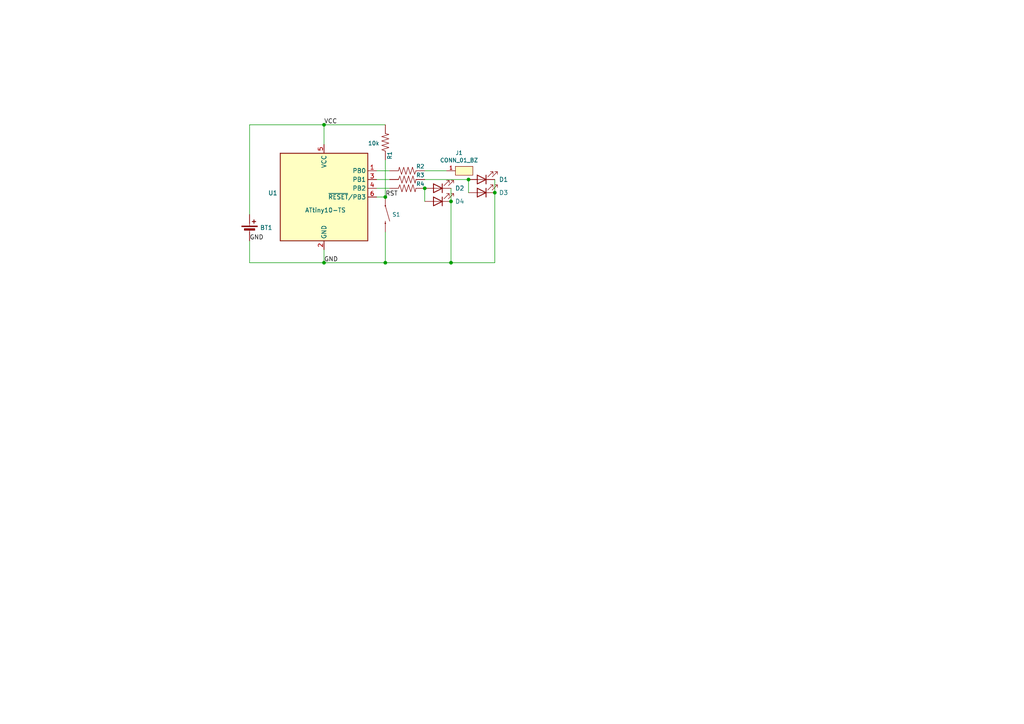
<source format=kicad_sch>
(kicad_sch (version 20230121) (generator eeschema)
  (paper "A4")
  (lib_symbols
    (symbol "Device:Battery_Cell" (pin_numbers hide) (pin_names (offset 0) hide)
      (property "Reference" "BT" (at 2.54 2.54 0))
      (property "Value" "Battery_Cell" (at 2.54 0 0))
      (symbol "Battery_Cell_0_1"
        (rectangle (start -2.286 1.778) (end 2.286 1.524) (fill (type outline)))
        (rectangle (start -1.524 1.016) (end 1.524 0.508) (fill (type outline)))
        (polyline (pts (xy 0 0.762) (xy 0 0)))
        (polyline (pts (xy 0 1.778) (xy 0 2.54)))
        (polyline (pts (xy 0.762 3.048) (xy 1.778 3.048)) (stroke (width 0.254)))
        (polyline (pts (xy 1.27 3.556) (xy 1.27 2.54)) (stroke (width 0.254)))
      )
      (symbol "Battery_Cell_1_1"
        (pin passive line (at 0 5.08 270) (length 2.54) (name "+") (number "1"))
        (pin passive line (at 0 -2.54 90) (length 2.54) (name "-") (number "2"))
      )
    )
    (symbol "Device:LED" (pin_numbers hide) (pin_names (offset 1.016) hide)
      (property "Reference" "D" (at 0 2.54 0))
      (property "Value" "LED" (at 0 -2.54 0))
      (symbol "LED_0_1"
        (polyline (pts (xy -1.27 -1.27) (xy -1.27 1.27)) (stroke (width 0.254)))
        (polyline (pts (xy -1.27 0) (xy 1.27 0)))
        (polyline (pts (xy 1.27 -1.27) (xy 1.27 1.27) (xy -1.27 0) (xy 1.27 -1.27)) (stroke (width 0.254)))
        (polyline (pts (xy -3.048 -0.762) (xy -4.572 -2.286) (xy -3.81 -2.286) (xy -4.572 -2.286) (xy -4.572 -1.524)))
        (polyline (pts (xy -1.778 -0.762) (xy -3.302 -2.286) (xy -2.54 -2.286) (xy -3.302 -2.286) (xy -3.302 -1.524)))
      )
      (symbol "LED_1_1"
        (pin passive line (at -3.81 0 0) (length 2.54) (name "K") (number "1"))
        (pin passive line (at 3.81 0 180) (length 2.54) (name "A") (number "2"))
      )
    )
    (symbol "MCU_Microchip_ATtiny:ATtiny10-TS"
      (property "Reference" "U" (at -12.7 13.97 0))
      (property "Value" "ATtiny10-TS" (at 2.54 -13.97 0))
      (symbol "ATtiny10-TS_0_1"
        (rectangle (start -12.7 -12.7) (end 12.7 12.7) (stroke (width 0.254)) (fill (type background)))
      )
      (symbol "ATtiny10-TS_1_1"
        (pin bidirectional line (at 15.24 7.62 180) (length 2.54) (name "PB0") (number "1"))
        (pin power_in line (at 0 -15.24 90) (length 2.54) (name "GND") (number "2"))
        (pin bidirectional line (at 15.24 5.08 180) (length 2.54) (name "PB1") (number "3"))
        (pin bidirectional line (at 15.24 2.54 180) (length 2.54) (name "PB2") (number "4"))
        (pin power_in line (at 0 15.24 270) (length 2.54) (name "VCC") (number "5"))
        (pin bidirectional line (at 15.24 0 180) (length 2.54) (name "~{RESET}/PB3") (number "6"))
      )
    )
    (symbol "Pendent_mod-rescue:CONN_01-SparkFun-Connectors" (pin_names (offset 1.016) hide)
      (property "Reference" "J" (at -5.08 2.54 0))
      (property "Value" "SparkFun-Connectors_CONN_01" (at -5.08 -3.81 0))
      (property "Field4" "XXX-00000" (at 0 6.35 0))
      (symbol "CONN_01-SparkFun-Connectors_1_0"
        (rectangle (start 0 -1.27) (end -5.08 1.27) (fill (type background)))
      )
      (symbol "CONN_01-SparkFun-Connectors_1_1"
        (pin passive line (at 2.54 0 180) (length 2.54) (name "1") (number "1"))
      )
    )
    (symbol "Pendent_mod-rescue:RESISTOR0805-SparkFun-Resistors" (pin_numbers hide) (pin_names (offset 1.016) hide)
      (property "Reference" "R" (at -5.08 1.27 0))
      (property "Value" "SparkFun-Resistors_RESISTOR0805" (at -5.08 -3.81 0))
      (property "Field4" " " (at 0 5.08 0))
      (symbol "RESISTOR0805-SparkFun-Resistors_1_0"
        (polyline (pts (xy -2.54 0) (xy -2.159 1.016)))
        (polyline (pts (xy -2.159 1.016) (xy -1.524 -1.016)))
        (polyline (pts (xy -1.524 -1.016) (xy -0.889 1.016)))
        (polyline (pts (xy -0.889 1.016) (xy -0.254 -1.016)))
        (polyline (pts (xy -0.254 -1.016) (xy 0.381 1.016)))
        (polyline (pts (xy 0.381 1.016) (xy 1.016 -1.016)))
        (polyline (pts (xy 1.016 -1.016) (xy 1.651 1.016)))
        (polyline (pts (xy 1.651 1.016) (xy 2.286 -1.016)))
        (polyline (pts (xy 2.286 -1.016) (xy 2.54 0)))
      )
      (symbol "RESISTOR0805-SparkFun-Resistors_1_1"
        (pin passive line (at -5.08 0 0) (length 2.54) (name "1") (number "1"))
        (pin passive line (at 5.08 0 180) (length 2.54) (name "2") (number "2"))
      )
    )
    (symbol "Pendent_mod-rescue:ROCKER_SWITCH-SPST_PTH_RIGHT_ANGLE-SparkFun-Switches" (pin_numbers hide) (pin_names (offset 1.016) hide)
      (property "Reference" "S" (at -5.08 2.54 0))
      (property "Value" "SparkFun-Switches_ROCKER_SWITCH-SPST_PTH_RIGHT_ANGLE" (at -5.08 -2.54 0))
      (property "Field4" "SWCH-08863" (at 0 6.35 0))
      (symbol "ROCKER_SWITCH-SPST_PTH_RIGHT_ANGLE-SparkFun-Switches_1_0"
        (polyline (pts (xy -2.54 0) (xy 1.905 1.27)))
        (polyline (pts (xy 1.905 0) (xy 2.54 0)))
      )
      (symbol "ROCKER_SWITCH-SPST_PTH_RIGHT_ANGLE-SparkFun-Switches_1_1"
        (circle (center -2.54 0) (radius 0.127) (fill (type outline)))
        (circle (center 2.54 0) (radius 0.127) (fill (type outline)))
        (pin passive line (at -5.08 0 0) (length 2.54) (name "1") (number "1"))
        (pin passive line (at 5.08 0 180) (length 2.54) (name "2") (number "2"))
      )
    )
  )
  (junction (at 143.51 55.88))
  (junction (at 135.89 52.07))
  (junction (at 111.76 57.15))
  (junction (at 93.98 36.195))
  (junction (at 93.98 76.2))
  (junction (at 130.81 58.42))
  (junction (at 123.19 54.61))
  (junction (at 130.81 76.2))
  (junction (at 111.76 76.2))
  (wire (pts (xy 72.39 69.85) (xy 72.39 76.2)))
  (wire (pts (xy 111.76 57.15) (xy 109.22 57.15)))
  (wire (pts (xy 93.98 72.39) (xy 93.98 76.2)))
  (wire (pts (xy 143.51 55.88) (xy 143.51 76.2)))
  (wire (pts (xy 135.89 52.07) (xy 135.89 55.88)))
  (wire (pts (xy 111.76 67.31) (xy 111.76 76.2)))
  (wire (pts (xy 93.98 76.2) (xy 111.76 76.2)))
  (wire (pts (xy 123.19 49.53) (xy 129.54 49.53)))
  (wire (pts (xy 109.22 49.53) (xy 113.03 49.53)))
  (wire (pts (xy 143.51 55.88) (xy 143.51 52.07)))
  (wire (pts (xy 130.81 54.61) (xy 130.81 58.42)))
  (wire (pts (xy 72.39 76.2) (xy 93.98 76.2)))
  (wire (pts (xy 123.19 52.07) (xy 135.89 52.07)))
  (wire (pts (xy 93.98 36.195) (xy 111.76 36.195)))
  (wire (pts (xy 123.19 54.61) (xy 123.19 58.42)))
  (wire (pts (xy 130.81 76.2) (xy 143.51 76.2)))
  (wire (pts (xy 72.39 36.195) (xy 72.39 62.23)))
  (wire (pts (xy 93.98 36.195) (xy 93.98 41.91)))
  (wire (pts (xy 111.76 76.2) (xy 130.81 76.2)))
  (wire (pts (xy 111.76 46.355) (xy 111.76 57.15)))
  (wire (pts (xy 72.39 36.195) (xy 93.98 36.195)))
  (wire (pts (xy 109.22 52.07) (xy 113.03 52.07)))
  (wire (pts (xy 130.81 58.42) (xy 130.81 76.2)))
  (wire (pts (xy 109.22 54.61) (xy 113.03 54.61)))
  (label "GND" (at 72.39 69.85 0))
  (label "VCC" (at 93.98 36.195 0))
  (label "RST" (at 111.76 57.15 0))
  (label "GND" (at 93.98 76.2 0))
  (symbol (lib_id "MCU_Microchip_ATtiny:ATtiny10-TS") (at 93.98 57.15 0) (unit 1)
    (property "Reference" "U1" (at 80.518 55.9816 0) (effects (justify right)))
    (property "Value" "ATtiny10-TS" (at 100.33 60.96 0) (effects (justify right)))
    (property "Footprint" "Package_TO_SOT_SMD:SOT-23-6" (effects hide))
    (property "Datasheet" "http://ww1.microchip.com/downloads/en/DeviceDoc/Atmel-8127-AVR-8-bit-Microcontroller-ATtiny4-ATtiny5-ATtiny9-ATtiny10_Datasheet.pdf" (effects hide))
  )
  (symbol (lib_id "Device:Battery_Cell") (at 72.39 67.31 0) (unit 1)
    (property "Reference" "BT1" (at 75.3872 66.04 0) (effects (justify left)))
    (property "Value" "Battery_Cell" (effects hide))
    (property "Footprint" "MY:BAT_HOLDER_LIR16_" (effects hide))
  )
  (symbol (lib_id "Pendent_mod-rescue:RESISTOR0805-SparkFun-Resistors") (at 118.11 52.07 0) (unit 1)
    (property "Reference" "R3" (at 121.92 50.8 0) (effects (font (size 1.143 1.143))))
    (property "Value" "RESISTOR0805" (effects hide))
    (property "Footprint" "Resistor_SMD:R_0805_2012Metric" (effects hide))
    (property "Field4" " " (at 118.11 48.9966 0) (effects (font (size 1.524 1.524))))
  )
  (symbol (lib_id "Pendent_mod-rescue:RESISTOR0805-SparkFun-Resistors") (at 111.76 41.275 90) (unit 1)
    (property "Reference" "R1" (at 113.03 45.085 0) (effects (font (size 1.143 1.143))))
    (property "Value" "10k" (at 110.0328 41.5544 90) (effects (font (size 1.143 1.143)) (justify left)))
    (property "Footprint" "Resistor_SMD:R_0805_2012Metric" (effects hide))
    (property "Field4" " " (at 114.8334 41.275 0) (effects (font (size 1.524 1.524))))
  )
  (symbol (lib_id "Device:LED") (at 139.7 55.88 180) (unit 1)
    (property "Reference" "D3" (at 146.05 55.88 0))
    (property "Value" "LED" (effects hide))
    (property "Footprint" "LED_SMD:LED_0805_2012Metric" (effects hide))
  )
  (symbol (lib_id "Device:LED") (at 127 54.61 180) (unit 1)
    (property "Reference" "D2" (at 133.35 54.61 0))
    (property "Value" "LED" (effects hide))
    (property "Footprint" "LED_SMD:LED_0805_2012Metric" (effects hide))
  )
  (symbol (lib_id "Device:LED") (at 127 58.42 180) (unit 1)
    (property "Reference" "D4" (at 133.35 58.42 0))
    (property "Value" "LED" (effects hide))
    (property "Footprint" "LED_SMD:LED_0805_2012Metric" (effects hide))
  )
  (symbol (lib_id "Pendent_mod-rescue:RESISTOR0805-SparkFun-Resistors") (at 118.11 49.53 180) (unit 1)
    (property "Reference" "R2" (at 121.92 48.26 0) (effects (font (size 1.143 1.143))))
    (property "Value" "RESISTOR0805" (effects hide))
    (property "Footprint" "Resistor_SMD:R_0805_2012Metric" (effects hide))
    (property "Field4" " " (at 118.11 46.4566 0) (effects (font (size 1.524 1.524))))
  )
  (symbol (lib_id "Pendent_mod-rescue:CONN_01-SparkFun-Connectors") (at 132.08 49.53 180) (unit 1)
    (property "Reference" "J1" (at 133.1468 44.3484 0) (effects (font (size 1.143 1.143))))
    (property "Value" "CONN_01_BZ" (at 133.1468 46.482 0) (effects (font (size 1.143 1.143))))
    (property "Footprint" "MY:CONTACT_1_ROUND" (effects hide))
    (property "Field4" "XXX-00000" (effects hide))
  )
  (symbol (lib_id "Pendent_mod-rescue:ROCKER_SWITCH-SPST_PTH_RIGHT_ANGLE-SparkFun-Switches") (at 111.76 62.23 270) (unit 1)
    (property "Reference" "S1" (at 113.7412 62.23 90) (effects (font (size 1.143 1.143)) (justify left)))
    (property "Value" "ROCKER_SWITCH-SPST_PTH_RIGHT_ANGLE" (effects hide))
    (property "Footprint" "Button_Switch_SMD:SW_SPST_SKQG_WithoutStem" (effects hide))
    (property "Field4" "SWCH-08863" (effects hide))
  )
  (symbol (lib_id "Pendent_mod-rescue:RESISTOR0805-SparkFun-Resistors") (at 118.11 54.61 0) (unit 1)
    (property "Reference" "R4" (at 121.92 53.34 0) (effects (font (size 1.143 1.143))))
    (property "Value" "RESISTOR0805" (effects hide))
    (property "Footprint" "Resistor_SMD:R_0805_2012Metric" (effects hide))
    (property "Field4" " " (at 118.11 51.5366 0) (effects (font (size 1.524 1.524))))
  )
  (symbol (lib_id "Device:LED") (at 139.7 52.07 180) (unit 1)
    (property "Reference" "D1" (at 146.05 52.07 0))
    (property "Value" "LED" (effects hide))
    (property "Footprint" "LED_SMD:LED_0805_2012Metric" (effects hide))
  )
)
</source>
